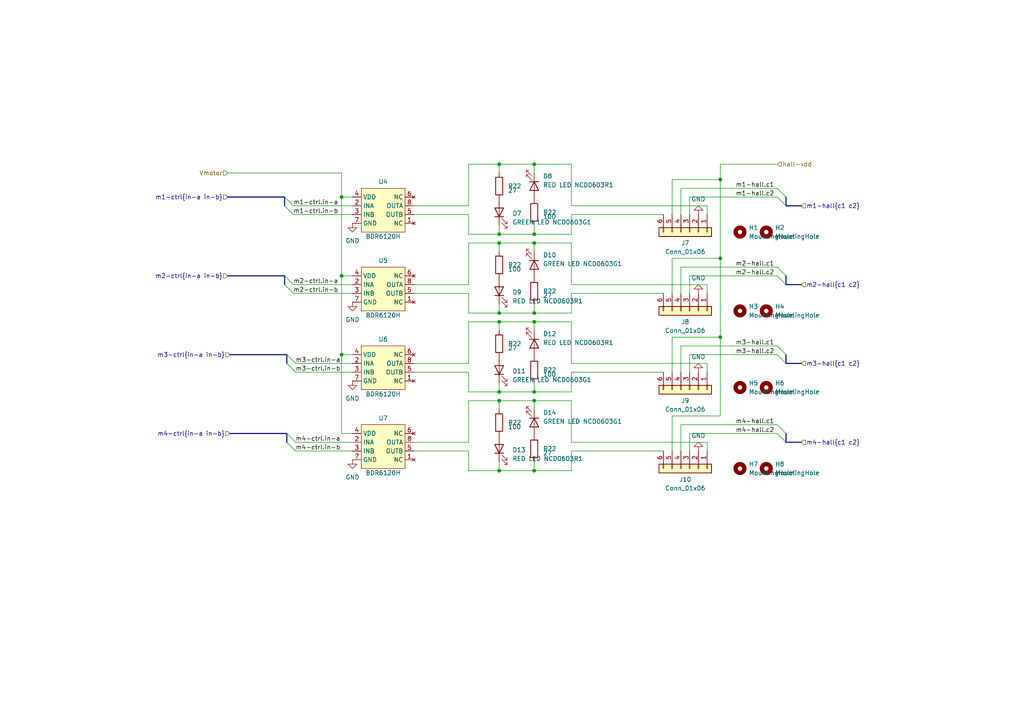
<source format=kicad_sch>
(kicad_sch (version 20230121) (generator eeschema)
  (paper "A4")
  (lib_symbols
    (symbol "Connector_Generic:Conn_01x06" (pin_names (offset 1.016) hide)
      (property "Reference" "J" (at 0 7.62 0))
      (property "Value" "Conn_01x06" (at 0 -10.16 0))
      (symbol "Conn_01x06_1_1"
        (rectangle (start -1.27 -7.493) (end 0 -7.747) (stroke (width 0.1524)))
        (rectangle (start -1.27 -4.953) (end 0 -5.207) (stroke (width 0.1524)))
        (rectangle (start -1.27 -2.413) (end 0 -2.667) (stroke (width 0.1524)))
        (rectangle (start -1.27 0.127) (end 0 -0.127) (stroke (width 0.1524)))
        (rectangle (start -1.27 2.667) (end 0 2.413) (stroke (width 0.1524)))
        (rectangle (start -1.27 5.207) (end 0 4.953) (stroke (width 0.1524)))
        (rectangle (start -1.27 6.35) (end 1.27 -8.89) (stroke (width 0.254)) (fill (type background)))
        (pin passive line (at -5.08 5.08 0) (length 3.81) (name "Pin_1") (number "1"))
        (pin passive line (at -5.08 2.54 0) (length 3.81) (name "Pin_2") (number "2"))
        (pin passive line (at -5.08 0 0) (length 3.81) (name "Pin_3") (number "3"))
        (pin passive line (at -5.08 -2.54 0) (length 3.81) (name "Pin_4") (number "4"))
        (pin passive line (at -5.08 -5.08 0) (length 3.81) (name "Pin_5") (number "5"))
        (pin passive line (at -5.08 -7.62 0) (length 3.81) (name "Pin_6") (number "6"))
      )
    )
    (symbol "Device:LED" (pin_numbers hide) (pin_names (offset 1.016) hide)
      (property "Reference" "D" (at 0 2.54 0))
      (property "Value" "LED" (at 0 -2.54 0))
      (symbol "LED_0_1"
        (polyline (pts (xy -1.27 -1.27) (xy -1.27 1.27)) (stroke (width 0.254)))
        (polyline (pts (xy -1.27 0) (xy 1.27 0)))
        (polyline (pts (xy 1.27 -1.27) (xy 1.27 1.27) (xy -1.27 0) (xy 1.27 -1.27)) (stroke (width 0.254)))
        (polyline (pts (xy -3.048 -0.762) (xy -4.572 -2.286) (xy -3.81 -2.286) (xy -4.572 -2.286) (xy -4.572 -1.524)))
        (polyline (pts (xy -1.778 -0.762) (xy -3.302 -2.286) (xy -2.54 -2.286) (xy -3.302 -2.286) (xy -3.302 -1.524)))
      )
      (symbol "LED_1_1"
        (pin passive line (at -3.81 0 0) (length 2.54) (name "K") (number "1"))
        (pin passive line (at 3.81 0 180) (length 2.54) (name "A") (number "2"))
      )
    )
    (symbol "Device:R" (pin_numbers hide) (pin_names (offset 0))
      (property "Reference" "R" (at 2.032 0 90))
      (property "Value" "R" (at 0 0 90))
      (symbol "R_0_1"
        (rectangle (start -1.016 -2.54) (end 1.016 2.54) (stroke (width 0.254)))
      )
      (symbol "R_1_1"
        (pin passive line (at 0 3.81 270) (length 1.27) (name "~") (number "1"))
        (pin passive line (at 0 -3.81 90) (length 1.27) (name "~") (number "2"))
      )
    )
    (symbol "Fan-motor:Motor-driver-1ch"
      (property "Reference" "U" (at -5.08 7.62 0))
      (symbol "Motor-driver-1ch_1_1"
        (rectangle (start -6.35 6.35) (end 6.35 -6.35) (fill (type background)))
        (pin no_connect line (at 8.89 -3.81 180) (length 2.54) (name "NC") (number "1"))
        (pin input line (at -8.89 1.27 0) (length 2.54) (name "INA") (number "2"))
        (pin input line (at -8.89 -1.27 0) (length 2.54) (name "INB") (number "3"))
        (pin power_in line (at -8.89 3.81 0) (length 2.54) (name "VDD") (number "4"))
        (pin output line (at 8.89 -1.27 180) (length 2.54) (name "OUTB") (number "5"))
        (pin no_connect line (at 8.89 3.81 180) (length 2.54) (name "NC") (number "6"))
        (pin power_in line (at -8.89 -3.81 0) (length 2.54) (name "GND") (number "7"))
        (pin output line (at 8.89 1.27 180) (length 2.54) (name "OUTA") (number "8"))
      )
    )
    (symbol "Mechanical:MountingHole" (pin_names (offset 1.016))
      (property "Reference" "H" (at 0 5.08 0))
      (property "Value" "MountingHole" (at 0 3.175 0))
      (symbol "MountingHole_0_1"
        (circle (center 0 0) (radius 1.27) (stroke (width 1.27)))
      )
    )
    (symbol "power:GND" (power) (pin_names (offset 0))
      (property "Value" "GND" (at 0 -3.81 0))
      (symbol "GND_0_1"
        (polyline (pts (xy 0 0) (xy 0 -1.27) (xy 1.27 -1.27) (xy 0 -2.54) (xy -1.27 -1.27) (xy 0 -1.27)))
      )
      (symbol "GND_1_1"
        (pin power_in line (at 0 0 270) (length 0) hide (name "GND") (number "1"))
      )
    )
  )
  (junction (at 144.78 70.485))
  (junction (at 154.94 136.525))
  (junction (at 208.915 52.07))
  (junction (at 144.78 47.625))
  (junction (at 154.94 67.945))
  (junction (at 144.78 67.945))
  (junction (at 144.78 90.805))
  (junction (at 154.94 90.805))
  (junction (at 154.94 113.665))
  (junction (at 154.94 116.205))
  (junction (at 208.915 74.93))
  (junction (at 99.06 57.15))
  (junction (at 154.94 70.485))
  (junction (at 144.78 93.345))
  (junction (at 144.78 116.205))
  (junction (at 144.78 136.525))
  (junction (at 154.94 47.625))
  (junction (at 99.06 102.87))
  (junction (at 208.915 97.79))
  (junction (at 144.78 113.665))
  (junction (at 99.06 80.01))
  (junction (at 154.94 93.345))
  (bus_entry (at 85.09 59.69) (size -2.54 -2.54))
  (bus_entry (at 85.725 105.41) (size -2.54 -2.54))
  (bus_entry (at 225.425 57.15) (size 2.54 2.54))
  (bus_entry (at 225.425 123.19) (size 2.54 2.54))
  (bus_entry (at 225.425 100.33) (size 2.54 2.54))
  (bus_entry (at 225.425 102.87) (size 2.54 2.54))
  (bus_entry (at 85.725 128.27) (size -2.54 -2.54))
  (bus_entry (at 225.425 77.47) (size 2.54 2.54))
  (bus_entry (at 225.425 54.61) (size 2.54 2.54))
  (bus_entry (at 225.425 80.01) (size 2.54 2.54))
  (bus_entry (at 85.09 62.23) (size -2.54 -2.54))
  (bus_entry (at 225.425 125.73) (size 2.54 2.54))
  (bus_entry (at 85.09 82.55) (size -2.54 -2.54))
  (bus_entry (at 85.09 85.09) (size -2.54 -2.54))
  (bus_entry (at 85.725 107.95) (size -2.54 -2.54))
  (bus_entry (at 85.725 130.81) (size -2.54 -2.54))
  (wire (pts (xy 135.89 85.09) (xy 120.015 85.09)))
  (wire (pts (xy 135.89 113.665) (xy 135.89 107.95)))
  (wire (pts (xy 85.725 130.81) (xy 102.235 130.81)))
  (wire (pts (xy 165.735 116.205) (xy 165.735 128.27)))
  (wire (pts (xy 200.025 80.01) (xy 225.425 80.01)))
  (wire (pts (xy 165.735 47.625) (xy 165.735 59.69)))
  (wire (pts (xy 144.78 70.485) (xy 144.78 73.025)))
  (wire (pts (xy 154.94 88.265) (xy 154.94 90.805)))
  (wire (pts (xy 165.735 85.09) (xy 165.735 90.805)))
  (wire (pts (xy 135.89 136.525) (xy 135.89 130.81)))
  (wire (pts (xy 120.015 105.41) (xy 135.89 105.41)))
  (wire (pts (xy 154.94 113.665) (xy 144.78 113.665)))
  (wire (pts (xy 135.89 130.81) (xy 120.015 130.81)))
  (wire (pts (xy 194.945 97.79) (xy 208.915 97.79)))
  (wire (pts (xy 192.405 107.95) (xy 165.735 107.95)))
  (wire (pts (xy 194.945 74.93) (xy 208.915 74.93)))
  (wire (pts (xy 120.015 82.55) (xy 135.89 82.55)))
  (wire (pts (xy 99.06 80.01) (xy 102.235 80.01)))
  (wire (pts (xy 154.94 136.525) (xy 144.78 136.525)))
  (wire (pts (xy 99.06 102.87) (xy 102.235 102.87)))
  (wire (pts (xy 144.78 47.625) (xy 154.94 47.625)))
  (bus (pts (xy 66.675 125.73) (xy 83.185 125.73)))
  (wire (pts (xy 99.06 125.73) (xy 102.235 125.73)))
  (wire (pts (xy 208.915 47.625) (xy 225.425 47.625)))
  (wire (pts (xy 144.78 116.205) (xy 144.78 118.745)))
  (wire (pts (xy 165.735 128.27) (xy 205.105 128.27)))
  (wire (pts (xy 135.89 107.95) (xy 120.015 107.95)))
  (wire (pts (xy 154.94 47.625) (xy 165.735 47.625)))
  (wire (pts (xy 99.06 57.15) (xy 102.235 57.15)))
  (wire (pts (xy 85.09 59.69) (xy 102.235 59.69)))
  (wire (pts (xy 197.485 54.61) (xy 225.425 54.61)))
  (wire (pts (xy 144.78 90.805) (xy 135.89 90.805)))
  (bus (pts (xy 82.55 57.15) (xy 82.55 59.69)))
  (wire (pts (xy 205.105 128.27) (xy 205.105 130.81)))
  (wire (pts (xy 154.94 111.125) (xy 154.94 113.665)))
  (wire (pts (xy 135.89 116.205) (xy 144.78 116.205)))
  (wire (pts (xy 208.915 97.79) (xy 208.915 120.65)))
  (wire (pts (xy 200.025 107.95) (xy 200.025 102.87)))
  (wire (pts (xy 99.06 50.165) (xy 99.06 57.15)))
  (wire (pts (xy 200.025 85.09) (xy 200.025 80.01)))
  (wire (pts (xy 99.06 57.15) (xy 99.06 80.01)))
  (wire (pts (xy 144.78 93.345) (xy 154.94 93.345)))
  (bus (pts (xy 66.675 102.87) (xy 83.185 102.87)))
  (wire (pts (xy 85.09 85.09) (xy 102.235 85.09)))
  (wire (pts (xy 208.915 74.93) (xy 208.915 97.79)))
  (bus (pts (xy 82.55 80.01) (xy 82.55 82.55)))
  (wire (pts (xy 200.025 102.87) (xy 225.425 102.87)))
  (wire (pts (xy 205.105 59.69) (xy 205.105 62.23)))
  (wire (pts (xy 154.94 70.485) (xy 165.735 70.485)))
  (wire (pts (xy 194.945 52.07) (xy 208.915 52.07)))
  (wire (pts (xy 154.94 90.805) (xy 144.78 90.805)))
  (wire (pts (xy 154.94 65.405) (xy 154.94 67.945)))
  (wire (pts (xy 120.015 128.27) (xy 135.89 128.27)))
  (bus (pts (xy 227.965 80.01) (xy 227.965 82.55)))
  (wire (pts (xy 85.725 107.95) (xy 102.235 107.95)))
  (bus (pts (xy 227.965 57.15) (xy 227.965 59.69)))
  (wire (pts (xy 85.725 105.41) (xy 102.235 105.41)))
  (wire (pts (xy 144.78 47.625) (xy 144.78 50.165)))
  (wire (pts (xy 197.485 62.23) (xy 197.485 54.61)))
  (wire (pts (xy 194.945 62.23) (xy 194.945 52.07)))
  (wire (pts (xy 197.485 107.95) (xy 197.485 100.33)))
  (wire (pts (xy 154.94 95.885) (xy 154.94 93.345)))
  (wire (pts (xy 154.94 118.745) (xy 154.94 116.205)))
  (wire (pts (xy 135.89 105.41) (xy 135.89 93.345)))
  (wire (pts (xy 144.78 136.525) (xy 135.89 136.525)))
  (wire (pts (xy 192.405 85.09) (xy 165.735 85.09)))
  (wire (pts (xy 197.485 123.19) (xy 225.425 123.19)))
  (wire (pts (xy 144.78 111.125) (xy 144.78 113.665)))
  (wire (pts (xy 85.09 62.23) (xy 102.235 62.23)))
  (bus (pts (xy 83.185 102.87) (xy 83.185 105.41)))
  (wire (pts (xy 144.78 113.665) (xy 135.89 113.665)))
  (wire (pts (xy 85.725 128.27) (xy 102.235 128.27)))
  (wire (pts (xy 194.945 130.81) (xy 194.945 120.65)))
  (bus (pts (xy 232.41 82.55) (xy 227.965 82.55)))
  (wire (pts (xy 200.025 57.15) (xy 225.425 57.15)))
  (wire (pts (xy 165.735 107.95) (xy 165.735 113.665)))
  (wire (pts (xy 135.89 90.805) (xy 135.89 85.09)))
  (wire (pts (xy 144.78 67.945) (xy 135.89 67.945)))
  (wire (pts (xy 154.94 116.205) (xy 165.735 116.205)))
  (wire (pts (xy 165.735 113.665) (xy 154.94 113.665)))
  (wire (pts (xy 197.485 130.81) (xy 197.485 123.19)))
  (wire (pts (xy 135.89 62.23) (xy 120.015 62.23)))
  (bus (pts (xy 66.04 57.15) (xy 82.55 57.15)))
  (bus (pts (xy 227.965 125.73) (xy 227.965 128.27)))
  (wire (pts (xy 165.735 105.41) (xy 205.105 105.41)))
  (wire (pts (xy 165.735 90.805) (xy 154.94 90.805)))
  (bus (pts (xy 232.41 128.27) (xy 227.965 128.27)))
  (wire (pts (xy 192.405 62.23) (xy 165.735 62.23)))
  (wire (pts (xy 66.04 50.165) (xy 99.06 50.165)))
  (wire (pts (xy 200.025 62.23) (xy 200.025 57.15)))
  (wire (pts (xy 85.09 82.55) (xy 102.235 82.55)))
  (bus (pts (xy 227.965 102.87) (xy 227.965 105.41)))
  (wire (pts (xy 205.105 82.55) (xy 205.105 85.09)))
  (bus (pts (xy 66.04 80.01) (xy 82.55 80.01)))
  (wire (pts (xy 165.735 59.69) (xy 205.105 59.69)))
  (bus (pts (xy 83.185 125.73) (xy 83.185 128.27)))
  (wire (pts (xy 165.735 93.345) (xy 165.735 105.41)))
  (wire (pts (xy 165.735 67.945) (xy 154.94 67.945)))
  (wire (pts (xy 208.915 47.625) (xy 208.915 52.07)))
  (bus (pts (xy 232.41 59.69) (xy 227.965 59.69)))
  (wire (pts (xy 135.89 93.345) (xy 144.78 93.345)))
  (wire (pts (xy 144.78 133.985) (xy 144.78 136.525)))
  (wire (pts (xy 154.94 73.025) (xy 154.94 70.485)))
  (wire (pts (xy 135.89 67.945) (xy 135.89 62.23)))
  (wire (pts (xy 135.89 128.27) (xy 135.89 116.205)))
  (wire (pts (xy 208.915 52.07) (xy 208.915 74.93)))
  (wire (pts (xy 194.945 120.65) (xy 208.915 120.65)))
  (wire (pts (xy 205.105 105.41) (xy 205.105 107.95)))
  (wire (pts (xy 144.78 93.345) (xy 144.78 95.885)))
  (wire (pts (xy 194.945 107.95) (xy 194.945 97.79)))
  (wire (pts (xy 144.78 65.405) (xy 144.78 67.945)))
  (wire (pts (xy 192.405 130.81) (xy 165.735 130.81)))
  (wire (pts (xy 165.735 70.485) (xy 165.735 82.55)))
  (wire (pts (xy 135.89 47.625) (xy 144.78 47.625)))
  (wire (pts (xy 197.485 100.33) (xy 225.425 100.33)))
  (wire (pts (xy 144.78 116.205) (xy 154.94 116.205)))
  (wire (pts (xy 165.735 62.23) (xy 165.735 67.945)))
  (wire (pts (xy 200.025 130.81) (xy 200.025 125.73)))
  (wire (pts (xy 194.945 85.09) (xy 194.945 74.93)))
  (wire (pts (xy 120.015 59.69) (xy 135.89 59.69)))
  (wire (pts (xy 144.78 70.485) (xy 154.94 70.485)))
  (wire (pts (xy 165.735 82.55) (xy 205.105 82.55)))
  (wire (pts (xy 154.94 93.345) (xy 165.735 93.345)))
  (wire (pts (xy 135.89 82.55) (xy 135.89 70.485)))
  (wire (pts (xy 154.94 133.985) (xy 154.94 136.525)))
  (wire (pts (xy 197.485 85.09) (xy 197.485 77.47)))
  (wire (pts (xy 165.735 130.81) (xy 165.735 136.525)))
  (wire (pts (xy 165.735 136.525) (xy 154.94 136.525)))
  (wire (pts (xy 135.89 59.69) (xy 135.89 47.625)))
  (wire (pts (xy 154.94 67.945) (xy 144.78 67.945)))
  (wire (pts (xy 200.025 125.73) (xy 225.425 125.73)))
  (wire (pts (xy 135.89 70.485) (xy 144.78 70.485)))
  (wire (pts (xy 99.06 80.01) (xy 99.06 102.87)))
  (wire (pts (xy 197.485 77.47) (xy 225.425 77.47)))
  (wire (pts (xy 99.06 102.87) (xy 99.06 125.73)))
  (wire (pts (xy 154.94 50.165) (xy 154.94 47.625)))
  (bus (pts (xy 232.41 105.41) (xy 227.965 105.41)))
  (wire (pts (xy 144.78 88.265) (xy 144.78 90.805)))
  (label "m4-ctrl.in-b" (at 85.725 130.81 0))
  (label "m1-hall.c2" (at 213.36 57.15 0))
  (label "m2-ctrl.in-a" (at 85.09 82.55 0))
  (label "m4-hall.c2" (at 213.36 125.73 0))
  (label "m2-hall.c2" (at 213.36 80.01 0))
  (label "m3-ctrl.in-a" (at 85.725 105.41 0))
  (label "m2-ctrl.in-b" (at 85.09 85.09 0))
  (label "m3-hall.c1" (at 213.36 100.33 0))
  (label "m3-ctrl.in-b" (at 85.725 107.95 0))
  (label "m3-hall.c2" (at 213.36 102.87 0))
  (label "m1-ctrl.in-b" (at 85.09 62.23 0))
  (label "m1-hall.c1" (at 213.36 54.61 0))
  (label "m2-hall.c1" (at 213.36 77.47 0))
  (label "m1-ctrl.in-a" (at 85.09 59.69 0))
  (label "m4-hall.c1" (at 213.36 123.19 0))
  (label "m4-ctrl.in-a" (at 85.725 128.27 0))
  (hierarchical_label "m3-ctrl{in-a in-b}" (shape input) (at 66.675 102.87 180))
  (hierarchical_label "m4-hall{c1 c2}" (shape input) (at 232.41 128.27 0))
  (hierarchical_label "m2-ctrl{in-a in-b}" (shape input) (at 66.04 80.01 180))
  (hierarchical_label "Vmotor" (shape input) (at 66.04 50.165 180))
  (hierarchical_label "hall-vdd" (shape input) (at 225.425 47.625 0))
  (hierarchical_label "m1-ctrl{in-a in-b}" (shape input) (at 66.04 57.15 180))
  (hierarchical_label "m2-hall{c1 c2}" (shape input) (at 232.41 82.55 0))
  (hierarchical_label "m4-ctrl{in-a in-b}" (shape input) (at 66.675 125.73 180))
  (hierarchical_label "m3-hall{c1 c2}" (shape input) (at 232.41 105.41 0))
  (hierarchical_label "m1-hall{c1 c2}" (shape input) (at 232.41 59.69 0))
  (symbol (lib_id "Device:LED") (at 154.94 53.975 270) (unit 1)
    (property "Reference" "D8" (at 157.48 51.1175 90) (effects (justify left)))
    (property "Value" "RED LED NCD0603R1" (at 157.48 53.6575 90) (effects (justify left)))
    (property "Footprint" "LED_SMD:LED_0603_1608Metric" (effects hide))
  )
  (symbol (lib_id "Device:R") (at 144.78 122.555 0) (unit 1)
    (property "Reference" "R22" (at 147.32 122.555 0) (effects (justify left)))
    (property "Value" "100" (at 147.32 123.825 0) (effects (justify left)))
    (property "Footprint" "Resistor_SMD:R_0603_1608Metric" (effects hide))
    (instances (project "nullbot" (path "" (reference "R22") (unit 1)) (path "" (reference "R57") (unit 1))))
  )
  (symbol (lib_id "power:GND") (at 202.565 130.81 180) (unit 1)
    (property "Reference" "#PWR053" (effects hide))
    (property "Value" "GND" (at 202.565 126.365 0))
  )
  (symbol (lib_id "Device:LED") (at 154.94 76.835 270) (unit 1)
    (property "Reference" "D10" (at 157.48 73.9775 90) (effects (justify left)))
    (property "Value" "GREEN LED NCD0603G1" (at 157.48 76.5175 90) (effects (justify left)))
    (property "Footprint" "LED_SMD:LED_0603_1608Metric" (effects hide))
  )
  (symbol (lib_id "Fan-motor:Motor-driver-1ch") (at 111.125 83.82 0) (unit 1)
    (property "Reference" "U5" (at 111.125 75.565 0))
    (property "Value" "BDR6120H" (at 111.125 91.44 0))
    (property "Footprint" "Fan-Motor:motor-driver-BDR6120H" (effects hide))
  )
  (symbol (lib_id "power:GND") (at 202.565 107.95 180) (unit 1)
    (property "Reference" "#PWR052" (effects hide))
    (property "Value" "GND" (at 202.565 103.505 0))
  )
  (symbol (lib_id "Mechanical:MountingHole") (at 214.63 112.395 0) (unit 1)
    (property "Reference" "H5" (at 217.17 111.125 0) (effects (justify left)))
    (property "Value" "MountingHole" (at 217.17 113.665 0) (effects (justify left)))
    (property "Footprint" "MountingHole:MountingHole_2.2mm_M2_ISO7380" (effects hide))
  )
  (symbol (lib_id "Connector_Generic:Conn_01x06") (at 200.025 135.89 270) (unit 1)
    (property "Reference" "J10" (at 198.755 139.065 90))
    (property "Value" "Conn_01x06" (at 198.755 141.605 90))
    (property "Footprint" "Connector_PinHeader_2.54mm:PinHeader_1x06_P2.54mm_Vertical" (effects hide))
  )
  (symbol (lib_id "Mechanical:MountingHole") (at 214.63 90.17 0) (unit 1)
    (property "Reference" "H3" (at 217.17 88.9 0) (effects (justify left)))
    (property "Value" "MountingHole" (at 217.17 91.44 0) (effects (justify left)))
    (property "Footprint" "MountingHole:MountingHole_2.2mm_M2_ISO7380" (effects hide))
  )
  (symbol (lib_id "Device:R") (at 144.78 99.695 0) (unit 1)
    (property "Reference" "R22" (at 147.32 99.695 0) (effects (justify left)))
    (property "Value" "27" (at 147.32 100.965 0) (effects (justify left)))
    (property "Footprint" "Resistor_SMD:R_0603_1608Metric" (effects hide))
    (instances (project "nullbot" (path "" (reference "R22") (unit 1)) (path "" (reference "R55") (unit 1))))
  )
  (symbol (lib_id "Device:LED") (at 144.78 61.595 90) (unit 1)
    (property "Reference" "D7" (at 148.59 61.9125 90) (effects (justify right)))
    (property "Value" "GREEN LED NCD0603G1" (at 148.59 64.4525 90) (effects (justify right)))
    (property "Footprint" "LED_SMD:LED_0603_1608Metric" (effects hide))
  )
  (symbol (lib_id "Mechanical:MountingHole") (at 222.25 67.31 0) (unit 1)
    (property "Reference" "H2" (at 224.79 66.04 0) (effects (justify left)))
    (property "Value" "MountingHole" (at 224.79 68.58 0) (effects (justify left)))
    (property "Footprint" "MountingHole:MountingHole_2.2mm_M2_ISO7380" (effects hide))
  )
  (symbol (lib_id "Device:R") (at 154.94 84.455 0) (unit 1)
    (property "Reference" "R22" (at 157.48 84.455 0) (effects (justify left)))
    (property "Value" "27" (at 157.48 85.725 0) (effects (justify left)))
    (property "Footprint" "Resistor_SMD:R_0603_1608Metric" (effects hide))
    (instances (project "nullbot" (path "" (reference "R22") (unit 1)) (path "" (reference "R54") (unit 1))))
  )
  (symbol (lib_id "Mechanical:MountingHole") (at 222.25 135.89 0) (unit 1)
    (property "Reference" "H8" (at 224.79 134.62 0) (effects (justify left)))
    (property "Value" "MountingHole" (at 224.79 137.16 0) (effects (justify left)))
    (property "Footprint" "MountingHole:MountingHole_2.2mm_M2_ISO7380" (effects hide))
  )
  (symbol (lib_id "power:GND") (at 102.235 133.35 0) (unit 1)
    (property "Reference" "#PWR049" (effects hide))
    (property "Value" "GND" (at 102.235 138.43 0))
  )
  (symbol (lib_id "Mechanical:MountingHole") (at 222.25 112.395 0) (unit 1)
    (property "Reference" "H6" (at 224.79 111.125 0) (effects (justify left)))
    (property "Value" "MountingHole" (at 224.79 113.665 0) (effects (justify left)))
    (property "Footprint" "MountingHole:MountingHole_2.2mm_M2_ISO7380" (effects hide))
  )
  (symbol (lib_id "Device:R") (at 154.94 107.315 0) (unit 1)
    (property "Reference" "R22" (at 157.48 107.315 0) (effects (justify left)))
    (property "Value" "100" (at 157.48 108.585 0) (effects (justify left)))
    (property "Footprint" "Resistor_SMD:R_0603_1608Metric" (effects hide))
    (instances (project "nullbot" (path "" (reference "R22") (unit 1)) (path "" (reference "R56") (unit 1))))
  )
  (symbol (lib_id "Mechanical:MountingHole") (at 222.25 90.17 0) (unit 1)
    (property "Reference" "H4" (at 224.79 88.9 0) (effects (justify left)))
    (property "Value" "MountingHole" (at 224.79 91.44 0) (effects (justify left)))
    (property "Footprint" "MountingHole:MountingHole_2.2mm_M2_ISO7380" (effects hide))
  )
  (symbol (lib_id "Connector_Generic:Conn_01x06") (at 200.025 113.03 270) (unit 1)
    (property "Reference" "J9" (at 198.755 116.205 90))
    (property "Value" "Conn_01x06" (at 198.755 118.745 90))
    (property "Footprint" "Connector_PinHeader_2.54mm:PinHeader_1x06_P2.54mm_Vertical" (effects hide))
  )
  (symbol (lib_id "Device:R") (at 144.78 53.975 0) (unit 1)
    (property "Reference" "R22" (at 147.32 53.975 0) (effects (justify left)))
    (property "Value" "27" (at 147.32 55.245 0) (effects (justify left)))
    (property "Footprint" "Resistor_SMD:R_0603_1608Metric" (effects hide))
    (instances (project "nullbot" (path "" (reference "R22") (unit 1)) (path "" (reference "R51") (unit 1))))
  )
  (symbol (lib_id "Device:LED") (at 144.78 107.315 90) (unit 1)
    (property "Reference" "D11" (at 148.59 107.6325 90) (effects (justify right)))
    (property "Value" "GREEN LED NCD0603G1" (at 148.59 110.1725 90) (effects (justify right)))
    (property "Footprint" "LED_SMD:LED_0603_1608Metric" (effects hide))
  )
  (symbol (lib_id "Connector_Generic:Conn_01x06") (at 200.025 67.31 270) (unit 1)
    (property "Reference" "J7" (at 198.755 70.485 90))
    (property "Value" "Conn_01x06" (at 198.755 73.025 90))
    (property "Footprint" "Connector_PinHeader_2.54mm:PinHeader_1x06_P2.54mm_Vertical" (effects hide))
  )
  (symbol (lib_id "Fan-motor:Motor-driver-1ch") (at 111.125 106.68 0) (unit 1)
    (property "Reference" "U6" (at 111.125 98.425 0))
    (property "Value" "BDR6120H" (at 111.125 114.3 0))
    (property "Footprint" "Fan-Motor:motor-driver-BDR6120H" (effects hide))
  )
  (symbol (lib_id "Device:LED") (at 144.78 130.175 90) (unit 1)
    (property "Reference" "D13" (at 148.59 130.4925 90) (effects (justify right)))
    (property "Value" "RED LED NCD0603R1" (at 148.59 133.0325 90) (effects (justify right)))
    (property "Footprint" "LED_SMD:LED_0603_1608Metric" (effects hide))
  )
  (symbol (lib_id "Device:LED") (at 154.94 122.555 270) (unit 1)
    (property "Reference" "D14" (at 157.48 119.6975 90) (effects (justify left)))
    (property "Value" "GREEN LED NCD0603G1" (at 157.48 122.2375 90) (effects (justify left)))
    (property "Footprint" "LED_SMD:LED_0603_1608Metric" (effects hide))
  )
  (symbol (lib_id "power:GND") (at 102.235 64.77 0) (unit 1)
    (property "Reference" "#PWR046" (effects hide))
    (property "Value" "GND" (at 102.235 69.85 0))
  )
  (symbol (lib_id "Fan-motor:Motor-driver-1ch") (at 111.125 129.54 0) (unit 1)
    (property "Reference" "U7" (at 111.125 121.285 0))
    (property "Value" "BDR6120H" (at 111.125 137.16 0))
    (property "Footprint" "Fan-Motor:motor-driver-BDR6120H" (effects hide))
  )
  (symbol (lib_id "Device:LED") (at 154.94 99.695 270) (unit 1)
    (property "Reference" "D12" (at 157.48 96.8375 90) (effects (justify left)))
    (property "Value" "RED LED NCD0603R1" (at 157.48 99.3775 90) (effects (justify left)))
    (property "Footprint" "LED_SMD:LED_0603_1608Metric" (effects hide))
  )
  (symbol (lib_id "Mechanical:MountingHole") (at 214.63 67.31 0) (unit 1)
    (property "Reference" "H1" (at 217.17 66.04 0) (effects (justify left)))
    (property "Value" "MountingHole" (at 217.17 68.58 0) (effects (justify left)))
    (property "Footprint" "MountingHole:MountingHole_2.2mm_M2_ISO7380" (effects hide))
  )
  (symbol (lib_id "Device:R") (at 154.94 61.595 0) (unit 1)
    (property "Reference" "R22" (at 157.48 61.595 0) (effects (justify left)))
    (property "Value" "100" (at 157.48 62.865 0) (effects (justify left)))
    (property "Footprint" "Resistor_SMD:R_0603_1608Metric" (effects hide))
    (instances (project "nullbot" (path "" (reference "R22") (unit 1)) (path "" (reference "R52") (unit 1))))
  )
  (symbol (lib_id "power:GND") (at 202.565 85.09 180) (unit 1)
    (property "Reference" "#PWR051" (effects hide))
    (property "Value" "GND" (at 202.565 80.645 0))
  )
  (symbol (lib_id "Connector_Generic:Conn_01x06") (at 200.025 90.17 270) (unit 1)
    (property "Reference" "J8" (at 198.755 93.345 90))
    (property "Value" "Conn_01x06" (at 198.755 95.885 90))
    (property "Footprint" "Connector_PinHeader_2.54mm:PinHeader_1x06_P2.54mm_Vertical" (effects hide))
  )
  (symbol (lib_id "Device:R") (at 144.78 76.835 0) (unit 1)
    (property "Reference" "R22" (at 147.32 76.835 0) (effects (justify left)))
    (property "Value" "100" (at 147.32 78.105 0) (effects (justify left)))
    (property "Footprint" "Resistor_SMD:R_0603_1608Metric" (effects hide))
    (instances (project "nullbot" (path "" (reference "R22") (unit 1)) (path "" (reference "R53") (unit 1))))
  )
  (symbol (lib_id "power:GND") (at 202.565 62.23 180) (unit 1)
    (property "Reference" "#PWR050" (effects hide))
    (property "Value" "GND" (at 202.565 57.785 0))
  )
  (symbol (lib_id "Mechanical:MountingHole") (at 214.63 135.89 0) (unit 1)
    (property "Reference" "H7" (at 217.17 134.62 0) (effects (justify left)))
    (property "Value" "MountingHole" (at 217.17 137.16 0) (effects (justify left)))
    (property "Footprint" "MountingHole:MountingHole_2.2mm_M2_ISO7380" (effects hide))
  )
  (symbol (lib_id "power:GND") (at 102.235 110.49 0) (unit 1)
    (property "Reference" "#PWR048" (effects hide))
    (property "Value" "GND" (at 102.235 115.57 0))
  )
  (symbol (lib_id "Device:R") (at 154.94 130.175 0) (unit 1)
    (property "Reference" "R22" (at 157.48 130.175 0) (effects (justify left)))
    (property "Value" "27" (at 157.48 131.445 0) (effects (justify left)))
    (property "Footprint" "Resistor_SMD:R_0603_1608Metric" (effects hide))
    (instances (project "nullbot" (path "" (reference "R22") (unit 1)) (path "" (reference "R58") (unit 1))))
  )
  (symbol (lib_id "Device:LED") (at 144.78 84.455 90) (unit 1)
    (property "Reference" "D9" (at 148.59 84.7725 90) (effects (justify right)))
    (property "Value" "RED LED NCD0603R1" (at 148.59 87.3125 90) (effects (justify right)))
    (property "Footprint" "LED_SMD:LED_0603_1608Metric" (effects hide))
  )
  (symbol (lib_id "Fan-motor:Motor-driver-1ch") (at 111.125 60.96 0) (unit 1)
    (property "Reference" "U4" (at 111.125 52.705 0))
    (property "Value" "BDR6120H" (at 111.125 68.58 0))
    (property "Footprint" "Fan-Motor:motor-driver-BDR6120H" (effects hide))
  )
  (symbol (lib_id "power:GND") (at 102.235 87.63 0) (unit 1)
    (property "Reference" "#PWR047" (effects hide))
    (property "Value" "GND" (at 102.235 92.71 0))
  )
)
</source>
